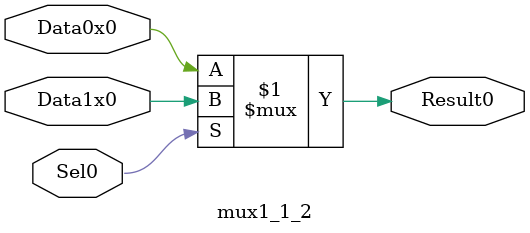
<source format=v>
module mux1_1_2(
	Sel0,
	Data0x0,
	Data1x0,
	Result0
);
input Sel0;
input Data0x0;
input Data1x0;
output Result0;
assign Result0 = Sel0 ? Data1x0 : Data0x0;
endmodule
</source>
